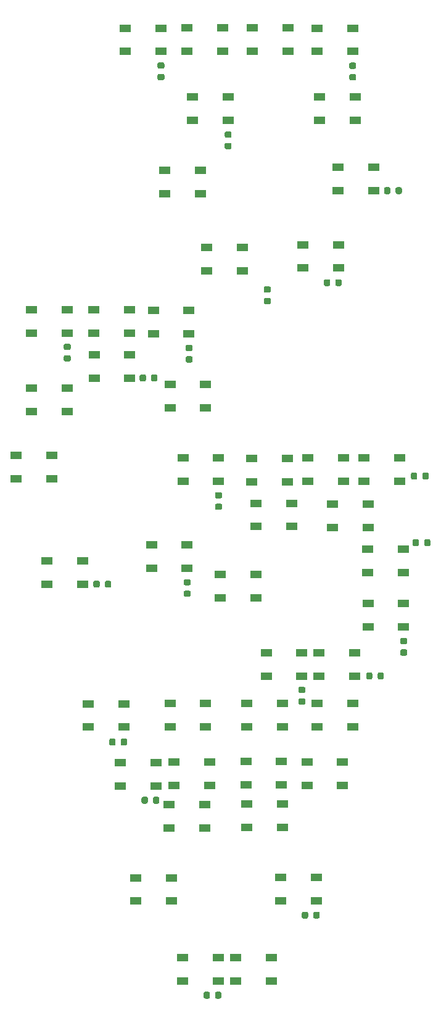
<source format=gbr>
%TF.GenerationSoftware,KiCad,Pcbnew,(5.1.12-1-10_14)*%
%TF.CreationDate,2021-11-25T18:16:29+11:00*%
%TF.ProjectId,EXT LT Panel PCB V2,45585420-4c54-4205-9061-6e656c205043,rev?*%
%TF.SameCoordinates,Original*%
%TF.FileFunction,Paste,Top*%
%TF.FilePolarity,Positive*%
%FSLAX46Y46*%
G04 Gerber Fmt 4.6, Leading zero omitted, Abs format (unit mm)*
G04 Created by KiCad (PCBNEW (5.1.12-1-10_14)) date 2021-11-25 18:16:29*
%MOMM*%
%LPD*%
G01*
G04 APERTURE LIST*
%ADD10R,1.500000X1.000000*%
G04 APERTURE END LIST*
%TO.C,R1*%
G36*
G01*
X128678250Y-65771200D02*
X128165750Y-65771200D01*
G75*
G02*
X127947000Y-65552450I0J218750D01*
G01*
X127947000Y-65114950D01*
G75*
G02*
X128165750Y-64896200I218750J0D01*
G01*
X128678250Y-64896200D01*
G75*
G02*
X128897000Y-65114950I0J-218750D01*
G01*
X128897000Y-65552450D01*
G75*
G02*
X128678250Y-65771200I-218750J0D01*
G01*
G37*
G36*
G01*
X128678250Y-67346200D02*
X128165750Y-67346200D01*
G75*
G02*
X127947000Y-67127450I0J218750D01*
G01*
X127947000Y-66689950D01*
G75*
G02*
X128165750Y-66471200I218750J0D01*
G01*
X128678250Y-66471200D01*
G75*
G02*
X128897000Y-66689950I0J-218750D01*
G01*
X128897000Y-67127450D01*
G75*
G02*
X128678250Y-67346200I-218750J0D01*
G01*
G37*
%TD*%
%TO.C,C21*%
G36*
G01*
X134726000Y-151434250D02*
X134726000Y-150921750D01*
G75*
G02*
X134944750Y-150703000I218750J0D01*
G01*
X135382250Y-150703000D01*
G75*
G02*
X135601000Y-150921750I0J-218750D01*
G01*
X135601000Y-151434250D01*
G75*
G02*
X135382250Y-151653000I-218750J0D01*
G01*
X134944750Y-151653000D01*
G75*
G02*
X134726000Y-151434250I0J218750D01*
G01*
G37*
G36*
G01*
X133151000Y-151434250D02*
X133151000Y-150921750D01*
G75*
G02*
X133369750Y-150703000I218750J0D01*
G01*
X133807250Y-150703000D01*
G75*
G02*
X134026000Y-150921750I0J-218750D01*
G01*
X134026000Y-151434250D01*
G75*
G02*
X133807250Y-151653000I-218750J0D01*
G01*
X133369750Y-151653000D01*
G75*
G02*
X133151000Y-151434250I0J218750D01*
G01*
G37*
%TD*%
%TO.C,C20*%
G36*
G01*
X121244000Y-162420250D02*
X121244000Y-161907750D01*
G75*
G02*
X121462750Y-161689000I218750J0D01*
G01*
X121900250Y-161689000D01*
G75*
G02*
X122119000Y-161907750I0J-218750D01*
G01*
X122119000Y-162420250D01*
G75*
G02*
X121900250Y-162639000I-218750J0D01*
G01*
X121462750Y-162639000D01*
G75*
G02*
X121244000Y-162420250I0J218750D01*
G01*
G37*
G36*
G01*
X119669000Y-162420250D02*
X119669000Y-161907750D01*
G75*
G02*
X119887750Y-161689000I218750J0D01*
G01*
X120325250Y-161689000D01*
G75*
G02*
X120544000Y-161907750I0J-218750D01*
G01*
X120544000Y-162420250D01*
G75*
G02*
X120325250Y-162639000I-218750J0D01*
G01*
X119887750Y-162639000D01*
G75*
G02*
X119669000Y-162420250I0J218750D01*
G01*
G37*
%TD*%
%TO.C,C19*%
G36*
G01*
X112720000Y-135668250D02*
X112720000Y-135155750D01*
G75*
G02*
X112938750Y-134937000I218750J0D01*
G01*
X113376250Y-134937000D01*
G75*
G02*
X113595000Y-135155750I0J-218750D01*
G01*
X113595000Y-135668250D01*
G75*
G02*
X113376250Y-135887000I-218750J0D01*
G01*
X112938750Y-135887000D01*
G75*
G02*
X112720000Y-135668250I0J218750D01*
G01*
G37*
G36*
G01*
X111145000Y-135668250D02*
X111145000Y-135155750D01*
G75*
G02*
X111363750Y-134937000I218750J0D01*
G01*
X111801250Y-134937000D01*
G75*
G02*
X112020000Y-135155750I0J-218750D01*
G01*
X112020000Y-135668250D01*
G75*
G02*
X111801250Y-135887000I-218750J0D01*
G01*
X111363750Y-135887000D01*
G75*
G02*
X111145000Y-135668250I0J218750D01*
G01*
G37*
%TD*%
%TO.C,C18*%
G36*
G01*
X108292000Y-127683250D02*
X108292000Y-127170750D01*
G75*
G02*
X108510750Y-126952000I218750J0D01*
G01*
X108948250Y-126952000D01*
G75*
G02*
X109167000Y-127170750I0J-218750D01*
G01*
X109167000Y-127683250D01*
G75*
G02*
X108948250Y-127902000I-218750J0D01*
G01*
X108510750Y-127902000D01*
G75*
G02*
X108292000Y-127683250I0J218750D01*
G01*
G37*
G36*
G01*
X106717000Y-127683250D02*
X106717000Y-127170750D01*
G75*
G02*
X106935750Y-126952000I218750J0D01*
G01*
X107373250Y-126952000D01*
G75*
G02*
X107592000Y-127170750I0J-218750D01*
G01*
X107592000Y-127683250D01*
G75*
G02*
X107373250Y-127902000I-218750J0D01*
G01*
X106935750Y-127902000D01*
G75*
G02*
X106717000Y-127683250I0J218750D01*
G01*
G37*
%TD*%
%TO.C,C17*%
G36*
G01*
X133421250Y-120722000D02*
X132908750Y-120722000D01*
G75*
G02*
X132690000Y-120503250I0J218750D01*
G01*
X132690000Y-120065750D01*
G75*
G02*
X132908750Y-119847000I218750J0D01*
G01*
X133421250Y-119847000D01*
G75*
G02*
X133640000Y-120065750I0J-218750D01*
G01*
X133640000Y-120503250D01*
G75*
G02*
X133421250Y-120722000I-218750J0D01*
G01*
G37*
G36*
G01*
X133421250Y-122297000D02*
X132908750Y-122297000D01*
G75*
G02*
X132690000Y-122078250I0J218750D01*
G01*
X132690000Y-121640750D01*
G75*
G02*
X132908750Y-121422000I218750J0D01*
G01*
X133421250Y-121422000D01*
G75*
G02*
X133640000Y-121640750I0J-218750D01*
G01*
X133640000Y-122078250D01*
G75*
G02*
X133421250Y-122297000I-218750J0D01*
G01*
G37*
%TD*%
%TO.C,C22*%
G36*
G01*
X147403250Y-114014000D02*
X146890750Y-114014000D01*
G75*
G02*
X146672000Y-113795250I0J218750D01*
G01*
X146672000Y-113357750D01*
G75*
G02*
X146890750Y-113139000I218750J0D01*
G01*
X147403250Y-113139000D01*
G75*
G02*
X147622000Y-113357750I0J-218750D01*
G01*
X147622000Y-113795250D01*
G75*
G02*
X147403250Y-114014000I-218750J0D01*
G01*
G37*
G36*
G01*
X147403250Y-115589000D02*
X146890750Y-115589000D01*
G75*
G02*
X146672000Y-115370250I0J218750D01*
G01*
X146672000Y-114932750D01*
G75*
G02*
X146890750Y-114714000I218750J0D01*
G01*
X147403250Y-114714000D01*
G75*
G02*
X147622000Y-114932750I0J-218750D01*
G01*
X147622000Y-115370250D01*
G75*
G02*
X147403250Y-115589000I-218750J0D01*
G01*
G37*
%TD*%
%TO.C,C15*%
G36*
G01*
X142853000Y-118102750D02*
X142853000Y-118615250D01*
G75*
G02*
X142634250Y-118834000I-218750J0D01*
G01*
X142196750Y-118834000D01*
G75*
G02*
X141978000Y-118615250I0J218750D01*
G01*
X141978000Y-118102750D01*
G75*
G02*
X142196750Y-117884000I218750J0D01*
G01*
X142634250Y-117884000D01*
G75*
G02*
X142853000Y-118102750I0J-218750D01*
G01*
G37*
G36*
G01*
X144428000Y-118102750D02*
X144428000Y-118615250D01*
G75*
G02*
X144209250Y-118834000I-218750J0D01*
G01*
X143771750Y-118834000D01*
G75*
G02*
X143553000Y-118615250I0J218750D01*
G01*
X143553000Y-118102750D01*
G75*
G02*
X143771750Y-117884000I218750J0D01*
G01*
X144209250Y-117884000D01*
G75*
G02*
X144428000Y-118102750I0J-218750D01*
G01*
G37*
%TD*%
%TO.C,C14*%
G36*
G01*
X149941000Y-100332250D02*
X149941000Y-99819750D01*
G75*
G02*
X150159750Y-99601000I218750J0D01*
G01*
X150597250Y-99601000D01*
G75*
G02*
X150816000Y-99819750I0J-218750D01*
G01*
X150816000Y-100332250D01*
G75*
G02*
X150597250Y-100551000I-218750J0D01*
G01*
X150159750Y-100551000D01*
G75*
G02*
X149941000Y-100332250I0J218750D01*
G01*
G37*
G36*
G01*
X148366000Y-100332250D02*
X148366000Y-99819750D01*
G75*
G02*
X148584750Y-99601000I218750J0D01*
G01*
X149022250Y-99601000D01*
G75*
G02*
X149241000Y-99819750I0J-218750D01*
G01*
X149241000Y-100332250D01*
G75*
G02*
X149022250Y-100551000I-218750J0D01*
G01*
X148584750Y-100551000D01*
G75*
G02*
X148366000Y-100332250I0J218750D01*
G01*
G37*
%TD*%
%TO.C,C13*%
G36*
G01*
X149002000Y-90675750D02*
X149002000Y-91188250D01*
G75*
G02*
X148783250Y-91407000I-218750J0D01*
G01*
X148345750Y-91407000D01*
G75*
G02*
X148127000Y-91188250I0J218750D01*
G01*
X148127000Y-90675750D01*
G75*
G02*
X148345750Y-90457000I218750J0D01*
G01*
X148783250Y-90457000D01*
G75*
G02*
X149002000Y-90675750I0J-218750D01*
G01*
G37*
G36*
G01*
X150577000Y-90675750D02*
X150577000Y-91188250D01*
G75*
G02*
X150358250Y-91407000I-218750J0D01*
G01*
X149920750Y-91407000D01*
G75*
G02*
X149702000Y-91188250I0J218750D01*
G01*
X149702000Y-90675750D01*
G75*
G02*
X149920750Y-90457000I218750J0D01*
G01*
X150358250Y-90457000D01*
G75*
G02*
X150577000Y-90675750I0J-218750D01*
G01*
G37*
%TD*%
%TO.C,C12*%
G36*
G01*
X121991250Y-94006000D02*
X121478750Y-94006000D01*
G75*
G02*
X121260000Y-93787250I0J218750D01*
G01*
X121260000Y-93349750D01*
G75*
G02*
X121478750Y-93131000I218750J0D01*
G01*
X121991250Y-93131000D01*
G75*
G02*
X122210000Y-93349750I0J-218750D01*
G01*
X122210000Y-93787250D01*
G75*
G02*
X121991250Y-94006000I-218750J0D01*
G01*
G37*
G36*
G01*
X121991250Y-95581000D02*
X121478750Y-95581000D01*
G75*
G02*
X121260000Y-95362250I0J218750D01*
G01*
X121260000Y-94924750D01*
G75*
G02*
X121478750Y-94706000I218750J0D01*
G01*
X121991250Y-94706000D01*
G75*
G02*
X122210000Y-94924750I0J-218750D01*
G01*
X122210000Y-95362250D01*
G75*
G02*
X121991250Y-95581000I-218750J0D01*
G01*
G37*
%TD*%
%TO.C,C11*%
G36*
G01*
X105416000Y-105514750D02*
X105416000Y-106027250D01*
G75*
G02*
X105197250Y-106246000I-218750J0D01*
G01*
X104759750Y-106246000D01*
G75*
G02*
X104541000Y-106027250I0J218750D01*
G01*
X104541000Y-105514750D01*
G75*
G02*
X104759750Y-105296000I218750J0D01*
G01*
X105197250Y-105296000D01*
G75*
G02*
X105416000Y-105514750I0J-218750D01*
G01*
G37*
G36*
G01*
X106991000Y-105514750D02*
X106991000Y-106027250D01*
G75*
G02*
X106772250Y-106246000I-218750J0D01*
G01*
X106334750Y-106246000D01*
G75*
G02*
X106116000Y-106027250I0J218750D01*
G01*
X106116000Y-105514750D01*
G75*
G02*
X106334750Y-105296000I218750J0D01*
G01*
X106772250Y-105296000D01*
G75*
G02*
X106991000Y-105514750I0J-218750D01*
G01*
G37*
%TD*%
%TO.C,C10*%
G36*
G01*
X117675250Y-105941000D02*
X117162750Y-105941000D01*
G75*
G02*
X116944000Y-105722250I0J218750D01*
G01*
X116944000Y-105284750D01*
G75*
G02*
X117162750Y-105066000I218750J0D01*
G01*
X117675250Y-105066000D01*
G75*
G02*
X117894000Y-105284750I0J-218750D01*
G01*
X117894000Y-105722250D01*
G75*
G02*
X117675250Y-105941000I-218750J0D01*
G01*
G37*
G36*
G01*
X117675250Y-107516000D02*
X117162750Y-107516000D01*
G75*
G02*
X116944000Y-107297250I0J218750D01*
G01*
X116944000Y-106859750D01*
G75*
G02*
X117162750Y-106641000I218750J0D01*
G01*
X117675250Y-106641000D01*
G75*
G02*
X117894000Y-106859750I0J-218750D01*
G01*
X117894000Y-107297250D01*
G75*
G02*
X117675250Y-107516000I-218750J0D01*
G01*
G37*
%TD*%
%TO.C,C9*%
G36*
G01*
X101213250Y-73647700D02*
X100700750Y-73647700D01*
G75*
G02*
X100482000Y-73428950I0J218750D01*
G01*
X100482000Y-72991450D01*
G75*
G02*
X100700750Y-72772700I218750J0D01*
G01*
X101213250Y-72772700D01*
G75*
G02*
X101432000Y-72991450I0J-218750D01*
G01*
X101432000Y-73428950D01*
G75*
G02*
X101213250Y-73647700I-218750J0D01*
G01*
G37*
G36*
G01*
X101213250Y-75222700D02*
X100700750Y-75222700D01*
G75*
G02*
X100482000Y-75003950I0J218750D01*
G01*
X100482000Y-74566450D01*
G75*
G02*
X100700750Y-74347700I218750J0D01*
G01*
X101213250Y-74347700D01*
G75*
G02*
X101432000Y-74566450I0J-218750D01*
G01*
X101432000Y-75003950D01*
G75*
G02*
X101213250Y-75222700I-218750J0D01*
G01*
G37*
%TD*%
%TO.C,C8*%
G36*
G01*
X111773000Y-77211250D02*
X111773000Y-77723750D01*
G75*
G02*
X111554250Y-77942500I-218750J0D01*
G01*
X111116750Y-77942500D01*
G75*
G02*
X110898000Y-77723750I0J218750D01*
G01*
X110898000Y-77211250D01*
G75*
G02*
X111116750Y-76992500I218750J0D01*
G01*
X111554250Y-76992500D01*
G75*
G02*
X111773000Y-77211250I0J-218750D01*
G01*
G37*
G36*
G01*
X113348000Y-77211250D02*
X113348000Y-77723750D01*
G75*
G02*
X113129250Y-77942500I-218750J0D01*
G01*
X112691750Y-77942500D01*
G75*
G02*
X112473000Y-77723750I0J218750D01*
G01*
X112473000Y-77211250D01*
G75*
G02*
X112691750Y-76992500I218750J0D01*
G01*
X113129250Y-76992500D01*
G75*
G02*
X113348000Y-77211250I0J-218750D01*
G01*
G37*
%TD*%
%TO.C,C7*%
G36*
G01*
X140395250Y-35065300D02*
X139882750Y-35065300D01*
G75*
G02*
X139664000Y-34846550I0J218750D01*
G01*
X139664000Y-34409050D01*
G75*
G02*
X139882750Y-34190300I218750J0D01*
G01*
X140395250Y-34190300D01*
G75*
G02*
X140614000Y-34409050I0J-218750D01*
G01*
X140614000Y-34846550D01*
G75*
G02*
X140395250Y-35065300I-218750J0D01*
G01*
G37*
G36*
G01*
X140395250Y-36640300D02*
X139882750Y-36640300D01*
G75*
G02*
X139664000Y-36421550I0J218750D01*
G01*
X139664000Y-35984050D01*
G75*
G02*
X139882750Y-35765300I218750J0D01*
G01*
X140395250Y-35765300D01*
G75*
G02*
X140614000Y-35984050I0J-218750D01*
G01*
X140614000Y-36421550D01*
G75*
G02*
X140395250Y-36640300I-218750J0D01*
G01*
G37*
%TD*%
%TO.C,C6*%
G36*
G01*
X117942250Y-73787500D02*
X117429750Y-73787500D01*
G75*
G02*
X117211000Y-73568750I0J218750D01*
G01*
X117211000Y-73131250D01*
G75*
G02*
X117429750Y-72912500I218750J0D01*
G01*
X117942250Y-72912500D01*
G75*
G02*
X118161000Y-73131250I0J-218750D01*
G01*
X118161000Y-73568750D01*
G75*
G02*
X117942250Y-73787500I-218750J0D01*
G01*
G37*
G36*
G01*
X117942250Y-75362500D02*
X117429750Y-75362500D01*
G75*
G02*
X117211000Y-75143750I0J218750D01*
G01*
X117211000Y-74706250D01*
G75*
G02*
X117429750Y-74487500I218750J0D01*
G01*
X117942250Y-74487500D01*
G75*
G02*
X118161000Y-74706250I0J-218750D01*
G01*
X118161000Y-75143750D01*
G75*
G02*
X117942250Y-75362500I-218750J0D01*
G01*
G37*
%TD*%
%TO.C,C5*%
G36*
G01*
X137754000Y-64652850D02*
X137754000Y-64140350D01*
G75*
G02*
X137972750Y-63921600I218750J0D01*
G01*
X138410250Y-63921600D01*
G75*
G02*
X138629000Y-64140350I0J-218750D01*
G01*
X138629000Y-64652850D01*
G75*
G02*
X138410250Y-64871600I-218750J0D01*
G01*
X137972750Y-64871600D01*
G75*
G02*
X137754000Y-64652850I0J218750D01*
G01*
G37*
G36*
G01*
X136179000Y-64652850D02*
X136179000Y-64140350D01*
G75*
G02*
X136397750Y-63921600I218750J0D01*
G01*
X136835250Y-63921600D01*
G75*
G02*
X137054000Y-64140350I0J-218750D01*
G01*
X137054000Y-64652850D01*
G75*
G02*
X136835250Y-64871600I-218750J0D01*
G01*
X136397750Y-64871600D01*
G75*
G02*
X136179000Y-64652850I0J218750D01*
G01*
G37*
%TD*%
%TO.C,C4*%
G36*
G01*
X145324000Y-51508950D02*
X145324000Y-52021450D01*
G75*
G02*
X145105250Y-52240200I-218750J0D01*
G01*
X144667750Y-52240200D01*
G75*
G02*
X144449000Y-52021450I0J218750D01*
G01*
X144449000Y-51508950D01*
G75*
G02*
X144667750Y-51290200I218750J0D01*
G01*
X145105250Y-51290200D01*
G75*
G02*
X145324000Y-51508950I0J-218750D01*
G01*
G37*
G36*
G01*
X146899000Y-51508950D02*
X146899000Y-52021450D01*
G75*
G02*
X146680250Y-52240200I-218750J0D01*
G01*
X146242750Y-52240200D01*
G75*
G02*
X146024000Y-52021450I0J218750D01*
G01*
X146024000Y-51508950D01*
G75*
G02*
X146242750Y-51290200I218750J0D01*
G01*
X146680250Y-51290200D01*
G75*
G02*
X146899000Y-51508950I0J-218750D01*
G01*
G37*
%TD*%
%TO.C,C3*%
G36*
G01*
X123294250Y-44513900D02*
X122781750Y-44513900D01*
G75*
G02*
X122563000Y-44295150I0J218750D01*
G01*
X122563000Y-43857650D01*
G75*
G02*
X122781750Y-43638900I218750J0D01*
G01*
X123294250Y-43638900D01*
G75*
G02*
X123513000Y-43857650I0J-218750D01*
G01*
X123513000Y-44295150D01*
G75*
G02*
X123294250Y-44513900I-218750J0D01*
G01*
G37*
G36*
G01*
X123294250Y-46088900D02*
X122781750Y-46088900D01*
G75*
G02*
X122563000Y-45870150I0J218750D01*
G01*
X122563000Y-45432650D01*
G75*
G02*
X122781750Y-45213900I218750J0D01*
G01*
X123294250Y-45213900D01*
G75*
G02*
X123513000Y-45432650I0J-218750D01*
G01*
X123513000Y-45870150D01*
G75*
G02*
X123294250Y-46088900I-218750J0D01*
G01*
G37*
%TD*%
%TO.C,C2*%
G36*
G01*
X114076250Y-35045000D02*
X113563750Y-35045000D01*
G75*
G02*
X113345000Y-34826250I0J218750D01*
G01*
X113345000Y-34388750D01*
G75*
G02*
X113563750Y-34170000I218750J0D01*
G01*
X114076250Y-34170000D01*
G75*
G02*
X114295000Y-34388750I0J-218750D01*
G01*
X114295000Y-34826250D01*
G75*
G02*
X114076250Y-35045000I-218750J0D01*
G01*
G37*
G36*
G01*
X114076250Y-36620000D02*
X113563750Y-36620000D01*
G75*
G02*
X113345000Y-36401250I0J218750D01*
G01*
X113345000Y-35963750D01*
G75*
G02*
X113563750Y-35745000I218750J0D01*
G01*
X114076250Y-35745000D01*
G75*
G02*
X114295000Y-35963750I0J-218750D01*
G01*
X114295000Y-36401250D01*
G75*
G02*
X114076250Y-36620000I-218750J0D01*
G01*
G37*
%TD*%
D10*
%TO.C,D14*%
X104648000Y-74269600D03*
X104648000Y-77469600D03*
X109548000Y-74269600D03*
X109548000Y-77469600D03*
%TD*%
%TO.C,D40*%
X130279000Y-145999000D03*
X130279000Y-149199000D03*
X135179000Y-145999000D03*
X135179000Y-149199000D03*
%TD*%
%TO.C,D44*%
X114960000Y-135992000D03*
X114960000Y-139192000D03*
X119860000Y-135992000D03*
X119860000Y-139192000D03*
%TD*%
%TO.C,D43*%
X110388000Y-146050000D03*
X110388000Y-149250000D03*
X115288000Y-146050000D03*
X115288000Y-149250000D03*
%TD*%
%TO.C,D42*%
X116789000Y-157023000D03*
X116789000Y-160223000D03*
X121689000Y-157023000D03*
X121689000Y-160223000D03*
%TD*%
%TO.C,D41*%
X124054000Y-157023000D03*
X124054000Y-160223000D03*
X128954000Y-157023000D03*
X128954000Y-160223000D03*
%TD*%
%TO.C,D39*%
X125605000Y-135941000D03*
X125605000Y-139141000D03*
X130505000Y-135941000D03*
X130505000Y-139141000D03*
%TD*%
%TO.C,D38*%
X133858000Y-130150000D03*
X133858000Y-133350000D03*
X138758000Y-130150000D03*
X138758000Y-133350000D03*
%TD*%
%TO.C,D37*%
X125476000Y-130099000D03*
X125476000Y-133299000D03*
X130376000Y-130099000D03*
X130376000Y-133299000D03*
%TD*%
%TO.C,D36*%
X115621000Y-130200000D03*
X115621000Y-133400000D03*
X120521000Y-130200000D03*
X120521000Y-133400000D03*
%TD*%
%TO.C,D35*%
X108255000Y-130251000D03*
X108255000Y-133451000D03*
X113155000Y-130251000D03*
X113155000Y-133451000D03*
%TD*%
%TO.C,D34*%
X135280000Y-122123000D03*
X135280000Y-125323000D03*
X140180000Y-122123000D03*
X140180000Y-125323000D03*
%TD*%
%TO.C,D33*%
X125617000Y-122149000D03*
X125617000Y-125349000D03*
X130517000Y-122149000D03*
X130517000Y-125349000D03*
%TD*%
%TO.C,D32*%
X115062000Y-122123000D03*
X115062000Y-125323000D03*
X119962000Y-122123000D03*
X119962000Y-125323000D03*
%TD*%
%TO.C,D31*%
X103835000Y-122174000D03*
X103835000Y-125374000D03*
X108735000Y-122174000D03*
X108735000Y-125374000D03*
%TD*%
%TO.C,D30*%
X121971000Y-104445000D03*
X121971000Y-107645000D03*
X126871000Y-104445000D03*
X126871000Y-107645000D03*
%TD*%
%TO.C,D29*%
X128270000Y-115164000D03*
X128270000Y-118364000D03*
X133170000Y-115164000D03*
X133170000Y-118364000D03*
%TD*%
%TO.C,D28*%
X135534000Y-115164000D03*
X135534000Y-118364000D03*
X140434000Y-115164000D03*
X140434000Y-118364000D03*
%TD*%
%TO.C,D27*%
X142240000Y-108407000D03*
X142240000Y-111607000D03*
X147140000Y-108407000D03*
X147140000Y-111607000D03*
%TD*%
%TO.C,D26*%
X142228000Y-100965000D03*
X142228000Y-104165000D03*
X147128000Y-100965000D03*
X147128000Y-104165000D03*
%TD*%
%TO.C,D25*%
X137402000Y-94818400D03*
X137402000Y-98018400D03*
X142302000Y-94818400D03*
X142302000Y-98018400D03*
%TD*%
%TO.C,D24*%
X126836000Y-94666000D03*
X126836000Y-97866000D03*
X131736000Y-94666000D03*
X131736000Y-97866000D03*
%TD*%
%TO.C,D23*%
X141670000Y-88468400D03*
X141670000Y-91668400D03*
X146570000Y-88468400D03*
X146570000Y-91668400D03*
%TD*%
%TO.C,D22*%
X134010000Y-88442800D03*
X134010000Y-91642800D03*
X138910000Y-88442800D03*
X138910000Y-91642800D03*
%TD*%
%TO.C,D21*%
X126277000Y-88519200D03*
X126277000Y-91719200D03*
X131177000Y-88519200D03*
X131177000Y-91719200D03*
%TD*%
%TO.C,D20*%
X96062800Y-78841600D03*
X96062800Y-82041600D03*
X100962800Y-78841600D03*
X100962800Y-82041600D03*
%TD*%
%TO.C,D19*%
X93917600Y-88112800D03*
X93917600Y-91312800D03*
X98817600Y-88112800D03*
X98817600Y-91312800D03*
%TD*%
%TO.C,D18*%
X98196000Y-102565000D03*
X98196000Y-105765000D03*
X103096000Y-102565000D03*
X103096000Y-105765000D03*
%TD*%
%TO.C,D17*%
X112522000Y-100381000D03*
X112522000Y-103581000D03*
X117422000Y-100381000D03*
X117422000Y-103581000D03*
%TD*%
%TO.C,D16*%
X116840000Y-88442800D03*
X116840000Y-91642800D03*
X121740000Y-88442800D03*
X121740000Y-91642800D03*
%TD*%
%TO.C,D15*%
X115062000Y-78384400D03*
X115062000Y-81584400D03*
X119962000Y-78384400D03*
X119962000Y-81584400D03*
%TD*%
%TO.C,D13*%
X112776000Y-68173600D03*
X112776000Y-71373600D03*
X117676000Y-68173600D03*
X117676000Y-71373600D03*
%TD*%
%TO.C,D12*%
X104636000Y-68148400D03*
X104636000Y-71348400D03*
X109536000Y-68148400D03*
X109536000Y-71348400D03*
%TD*%
%TO.C,D11*%
X96051200Y-68097600D03*
X96051200Y-71297600D03*
X100951200Y-68097600D03*
X100951200Y-71297600D03*
%TD*%
%TO.C,D10*%
X118149000Y-38938400D03*
X118149000Y-42138400D03*
X123049000Y-38938400D03*
X123049000Y-42138400D03*
%TD*%
%TO.C,D9*%
X114339000Y-48996800D03*
X114339000Y-52196800D03*
X119239000Y-48996800D03*
X119239000Y-52196800D03*
%TD*%
%TO.C,D8*%
X120119000Y-59537600D03*
X120119000Y-62737600D03*
X125019000Y-59537600D03*
X125019000Y-62737600D03*
%TD*%
%TO.C,D7*%
X133299000Y-59182000D03*
X133299000Y-62382000D03*
X138199000Y-59182000D03*
X138199000Y-62382000D03*
%TD*%
%TO.C,D6*%
X138125000Y-48564800D03*
X138125000Y-51764800D03*
X143025000Y-48564800D03*
X143025000Y-51764800D03*
%TD*%
%TO.C,D5*%
X135562000Y-38912800D03*
X135562000Y-42112800D03*
X140462000Y-38912800D03*
X140462000Y-42112800D03*
%TD*%
%TO.C,D4*%
X135230000Y-29464000D03*
X135230000Y-32664000D03*
X140130000Y-29464000D03*
X140130000Y-32664000D03*
%TD*%
%TO.C,D3*%
X126390000Y-29413200D03*
X126390000Y-32613200D03*
X131290000Y-29413200D03*
X131290000Y-32613200D03*
%TD*%
%TO.C,D2*%
X117387000Y-29438800D03*
X117387000Y-32638800D03*
X122287000Y-29438800D03*
X122287000Y-32638800D03*
%TD*%
%TO.C,D1*%
X108915000Y-29464000D03*
X108915000Y-32664000D03*
X113815000Y-29464000D03*
X113815000Y-32664000D03*
%TD*%
M02*

</source>
